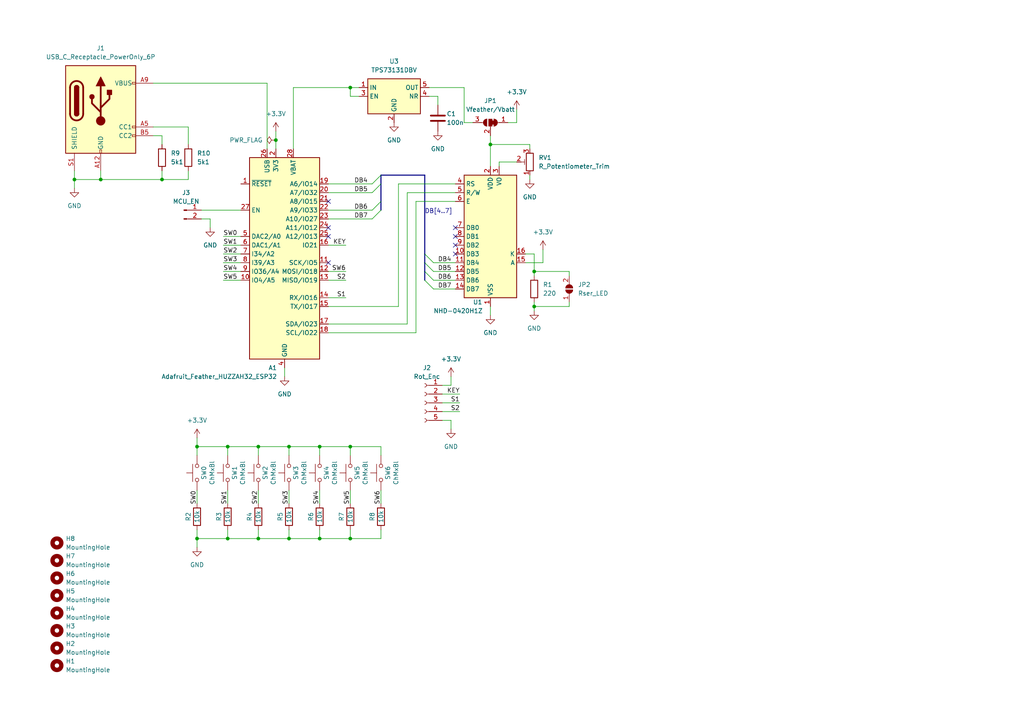
<source format=kicad_sch>
(kicad_sch (version 20230121) (generator eeschema)
  (paper "A4")
  (lib_symbols
    (symbol "Connector:Conn_01x02_Pin" (pin_names (offset 1.016) hide)
      (property "Reference" "J" (at 0 2.54 0))
      (property "Value" "Conn_01x02_Pin" (at 0 -5.08 0))
      (symbol "Conn_01x02_Pin_1_1"
        (polyline (pts (xy 1.27 -2.54) (xy 0.8636 -2.54)) (stroke (width 0.1524)))
        (polyline (pts (xy 1.27 0) (xy 0.8636 0)) (stroke (width 0.1524)))
        (rectangle (start 0.8636 -2.413) (end 0 -2.667) (stroke (width 0.1524)) (fill (type outline)))
        (rectangle (start 0.8636 0.127) (end 0 -0.127) (stroke (width 0.1524)) (fill (type outline)))
        (pin passive line (at 5.08 0 180) (length 3.81) (name "Pin_1") (number "1"))
        (pin passive line (at 5.08 -2.54 180) (length 3.81) (name "Pin_2") (number "2"))
      )
    )
    (symbol "Connector:Conn_01x05_Socket" (pin_names (offset 1.016) hide)
      (property "Reference" "J" (at 0 7.62 0))
      (property "Value" "Conn_01x05_Socket" (at 0 -7.62 0))
      (symbol "Conn_01x05_Socket_1_1"
        (arc (start 0 -4.572) (mid -0.5058 -5.08) (end 0 -5.588) (stroke (width 0.1524)))
        (arc (start 0 -2.032) (mid -0.5058 -2.54) (end 0 -3.048) (stroke (width 0.1524)))
        (polyline (pts (xy -1.27 -5.08) (xy -0.508 -5.08)) (stroke (width 0.1524)))
        (polyline (pts (xy -1.27 -2.54) (xy -0.508 -2.54)) (stroke (width 0.1524)))
        (polyline (pts (xy -1.27 0) (xy -0.508 0)) (stroke (width 0.1524)))
        (polyline (pts (xy -1.27 2.54) (xy -0.508 2.54)) (stroke (width 0.1524)))
        (polyline (pts (xy -1.27 5.08) (xy -0.508 5.08)) (stroke (width 0.1524)))
        (arc (start 0 0.508) (mid -0.5058 0) (end 0 -0.508) (stroke (width 0.1524)))
        (arc (start 0 3.048) (mid -0.5058 2.54) (end 0 2.032) (stroke (width 0.1524)))
        (arc (start 0 5.588) (mid -0.5058 5.08) (end 0 4.572) (stroke (width 0.1524)))
        (pin passive line (at -5.08 5.08 0) (length 3.81) (name "Pin_1") (number "1"))
        (pin passive line (at -5.08 2.54 0) (length 3.81) (name "Pin_2") (number "2"))
        (pin passive line (at -5.08 0 0) (length 3.81) (name "Pin_3") (number "3"))
        (pin passive line (at -5.08 -2.54 0) (length 3.81) (name "Pin_4") (number "4"))
        (pin passive line (at -5.08 -5.08 0) (length 3.81) (name "Pin_5") (number "5"))
      )
    )
    (symbol "Connector:USB_C_Receptacle_PowerOnly_6P" (pin_names (offset 1.016))
      (property "Reference" "J" (at 0 16.51 0))
      (property "Value" "USB_C_Receptacle_PowerOnly_6P" (at 0 13.97 0))
      (symbol "USB_C_Receptacle_PowerOnly_6P_0_0"
        (rectangle (start -0.254 -12.7) (end 0.254 -11.684))
        (rectangle (start 10.16 -7.366) (end 9.144 -7.874))
        (rectangle (start 10.16 -4.826) (end 9.144 -5.334))
        (rectangle (start 10.16 7.874) (end 9.144 7.366))
      )
      (symbol "USB_C_Receptacle_PowerOnly_6P_0_1"
        (rectangle (start -10.16 12.7) (end 10.16 -12.7) (stroke (width 0.254)) (fill (type background)))
        (arc (start -8.89 -1.27) (mid -6.985 -3.1667) (end -5.08 -1.27) (stroke (width 0.508)))
        (arc (start -7.62 -1.27) (mid -6.985 -1.9023) (end -6.35 -1.27) (stroke (width 0.254)))
        (arc (start -7.62 -1.27) (mid -6.985 -1.9023) (end -6.35 -1.27) (stroke (width 0.254)) (fill (type outline)))
        (rectangle (start -7.62 -1.27) (end -6.35 6.35) (stroke (width 0.254)) (fill (type outline)))
        (arc (start -6.35 6.35) (mid -6.985 6.9823) (end -7.62 6.35) (stroke (width 0.254)))
        (arc (start -6.35 6.35) (mid -6.985 6.9823) (end -7.62 6.35) (stroke (width 0.254)) (fill (type outline)))
        (arc (start -5.08 6.35) (mid -6.985 8.2467) (end -8.89 6.35) (stroke (width 0.508)))
        (circle (center -2.54 3.683) (radius 0.635) (stroke (width 0.254)) (fill (type outline)))
        (circle (center 0 -3.302) (radius 1.27) (fill (type outline)))
        (polyline (pts (xy -8.89 -1.27) (xy -8.89 6.35)) (stroke (width 0.508)))
        (polyline (pts (xy -5.08 6.35) (xy -5.08 -1.27)) (stroke (width 0.508)))
        (polyline (pts (xy 0 -3.302) (xy 0 6.858)) (stroke (width 0.508)))
        (polyline (pts (xy 0 -0.762) (xy -2.54 1.778) (xy -2.54 3.048)) (stroke (width 0.508)))
        (polyline (pts (xy 0 0.508) (xy 2.54 3.048) (xy 2.54 4.318)) (stroke (width 0.508)))
        (polyline (pts (xy -1.27 6.858) (xy 0 9.398) (xy 1.27 6.858) (xy -1.27 6.858)) (stroke (width 0.254)) (fill (type outline)))
        (rectangle (start 1.905 4.318) (end 3.175 5.588) (stroke (width 0.254)) (fill (type outline)))
      )
      (symbol "USB_C_Receptacle_PowerOnly_6P_1_1"
        (pin passive line (at 0 -17.78 90) (length 5.08) (name "GND") (number "A12"))
        (pin bidirectional line (at 15.24 -5.08 180) (length 5.08) (name "CC1") (number "A5"))
        (pin passive line (at 15.24 7.62 180) (length 5.08) (name "VBUS") (number "A9"))
        (pin passive line (at 0 -17.78 90) (length 5.08) hide (name "GND") (number "B12"))
        (pin bidirectional line (at 15.24 -7.62 180) (length 5.08) (name "CC2") (number "B5"))
        (pin passive line (at 15.24 7.62 180) (length 5.08) hide (name "VBUS") (number "B9"))
        (pin passive line (at -7.62 -17.78 90) (length 5.08) (name "SHIELD") (number "S1"))
      )
    )
    (symbol "Device:C" (pin_numbers hide) (pin_names (offset 0.254))
      (property "Reference" "C" (at 0.635 2.54 0))
      (property "Value" "C" (at 0.635 -2.54 0))
      (symbol "C_0_1"
        (polyline (pts (xy -2.032 -0.762) (xy 2.032 -0.762)) (stroke (width 0.508)))
        (polyline (pts (xy -2.032 0.762) (xy 2.032 0.762)) (stroke (width 0.508)))
      )
      (symbol "C_1_1"
        (pin passive line (at 0 3.81 270) (length 2.794) (name "~") (number "1"))
        (pin passive line (at 0 -3.81 90) (length 2.794) (name "~") (number "2"))
      )
    )
    (symbol "Device:R" (pin_numbers hide) (pin_names (offset 0))
      (property "Reference" "R" (at 2.032 0 90))
      (property "Value" "R" (at 0 0 90))
      (symbol "R_0_1"
        (rectangle (start -1.016 -2.54) (end 1.016 2.54) (stroke (width 0.254)))
      )
      (symbol "R_1_1"
        (pin passive line (at 0 3.81 270) (length 1.27) (name "~") (number "1"))
        (pin passive line (at 0 -3.81 90) (length 1.27) (name "~") (number "2"))
      )
    )
    (symbol "Device:R_Potentiometer_Trim" (pin_names (offset 1.016) hide)
      (property "Reference" "RV" (at -4.445 0 90))
      (property "Value" "R_Potentiometer_Trim" (at -2.54 0 90))
      (symbol "R_Potentiometer_Trim_0_1"
        (polyline (pts (xy 1.524 0.762) (xy 1.524 -0.762)))
        (polyline (pts (xy 2.54 0) (xy 1.524 0)))
        (rectangle (start 1.016 2.54) (end -1.016 -2.54) (stroke (width 0.254)))
      )
      (symbol "R_Potentiometer_Trim_1_1"
        (pin passive line (at 0 3.81 270) (length 1.27) (name "1") (number "1"))
        (pin passive line (at 3.81 0 180) (length 1.27) (name "2") (number "2"))
        (pin passive line (at 0 -3.81 90) (length 1.27) (name "3") (number "3"))
      )
    )
    (symbol "Display_Character:NHD-0420H1Z"
      (property "Reference" "U" (at -6.35 19.05 0))
      (property "Value" "NHD-0420H1Z" (at 5.08 19.05 0))
      (symbol "NHD-0420H1Z_0_1"
        (rectangle (start -7.62 17.78) (end 7.62 -17.78) (stroke (width 0.254)) (fill (type background)))
      )
      (symbol "NHD-0420H1Z_1_1"
        (pin power_in line (at 0 -20.32 90) (length 2.54) (name "VSS") (number "1"))
        (pin bidirectional line (at -10.16 -5.08 0) (length 2.54) (name "DB3") (number "10"))
        (pin bidirectional line (at -10.16 -7.62 0) (length 2.54) (name "DB4") (number "11"))
        (pin bidirectional line (at -10.16 -10.16 0) (length 2.54) (name "DB5") (number "12"))
        (pin bidirectional line (at -10.16 -12.7 0) (length 2.54) (name "DB6") (number "13"))
        (pin bidirectional line (at -10.16 -15.24 0) (length 2.54) (name "DB7") (number "14"))
        (pin passive line (at 10.16 -7.62 180) (length 2.54) (name "A") (number "15"))
        (pin passive line (at 10.16 -5.08 180) (length 2.54) (name "K") (number "16"))
        (pin power_in line (at 0 20.32 270) (length 2.54) (name "VDD") (number "2"))
        (pin power_in line (at 2.54 20.32 270) (length 2.54) (name "VO") (number "3"))
        (pin input line (at -10.16 15.24 0) (length 2.54) (name "RS") (number "4"))
        (pin input line (at -10.16 12.7 0) (length 2.54) (name "R/W") (number "5"))
        (pin input line (at -10.16 10.16 0) (length 2.54) (name "E") (number "6"))
        (pin bidirectional line (at -10.16 2.54 0) (length 2.54) (name "DB0") (number "7"))
        (pin bidirectional line (at -10.16 0 0) (length 2.54) (name "DB1") (number "8"))
        (pin bidirectional line (at -10.16 -2.54 0) (length 2.54) (name "DB2") (number "9"))
      )
    )
    (symbol "Jumper:SolderJumper_2_Open" (pin_names (offset 0) hide)
      (property "Reference" "JP" (at 0 2.032 0))
      (property "Value" "SolderJumper_2_Open" (at 0 -2.54 0))
      (symbol "SolderJumper_2_Open_0_1"
        (arc (start -0.254 1.016) (mid -1.2656 0) (end -0.254 -1.016))
        (arc (start -0.254 1.016) (mid -1.2656 0) (end -0.254 -1.016) (fill (type outline)))
        (polyline (pts (xy -0.254 1.016) (xy -0.254 -1.016)))
        (polyline (pts (xy 0.254 1.016) (xy 0.254 -1.016)))
        (arc (start 0.254 -1.016) (mid 1.2656 0) (end 0.254 1.016))
        (arc (start 0.254 -1.016) (mid 1.2656 0) (end 0.254 1.016) (fill (type outline)))
      )
      (symbol "SolderJumper_2_Open_1_1"
        (pin passive line (at -3.81 0 0) (length 2.54) (name "A") (number "1"))
        (pin passive line (at 3.81 0 180) (length 2.54) (name "B") (number "2"))
      )
    )
    (symbol "Jumper:SolderJumper_3_Bridged12" (pin_names (offset 0) hide)
      (property "Reference" "JP" (at -2.54 -2.54 0))
      (property "Value" "SolderJumper_3_Bridged12" (at 0 2.794 0))
      (symbol "SolderJumper_3_Bridged12_0_1"
        (rectangle (start -1.016 0.508) (end -0.508 -0.508) (fill (type outline)))
        (arc (start -1.016 1.016) (mid -2.0276 0) (end -1.016 -1.016))
        (arc (start -1.016 1.016) (mid -2.0276 0) (end -1.016 -1.016) (fill (type outline)))
        (rectangle (start -0.508 1.016) (end 0.508 -1.016) (fill (type outline)))
        (polyline (pts (xy -2.54 0) (xy -2.032 0)))
        (polyline (pts (xy -1.016 1.016) (xy -1.016 -1.016)))
        (polyline (pts (xy 0 -1.27) (xy 0 -1.016)))
        (polyline (pts (xy 1.016 1.016) (xy 1.016 -1.016)))
        (polyline (pts (xy 2.54 0) (xy 2.032 0)))
        (arc (start 1.016 -1.016) (mid 2.0276 0) (end 1.016 1.016))
        (arc (start 1.016 -1.016) (mid 2.0276 0) (end 1.016 1.016) (fill (type outline)))
      )
      (symbol "SolderJumper_3_Bridged12_1_1"
        (pin passive line (at -5.08 0 0) (length 2.54) (name "A") (number "1"))
        (pin passive line (at 0 -3.81 90) (length 2.54) (name "C") (number "2"))
        (pin passive line (at 5.08 0 180) (length 2.54) (name "B") (number "3"))
      )
    )
    (symbol "MCU_Module:Adafruit_Feather_HUZZAH32_ESP32"
      (property "Reference" "A" (at -10.16 29.21 0))
      (property "Value" "Adafruit_Feather_HUZZAH32_ESP32" (at 2.54 -31.75 0))
      (symbol "Adafruit_Feather_HUZZAH32_ESP32_0_1"
        (rectangle (start -10.16 27.94) (end 10.16 -30.48) (stroke (width 0.254)) (fill (type background)))
      )
      (symbol "Adafruit_Feather_HUZZAH32_ESP32_1_1"
        (pin input line (at 12.7 20.32 180) (length 2.54) (name "~{RESET}") (number "1"))
        (pin bidirectional line (at 12.7 -7.62 180) (length 2.54) (name "IO4/A5") (number "10"))
        (pin bidirectional line (at -12.7 -2.54 0) (length 2.54) (name "SCK/IO5") (number "11"))
        (pin bidirectional line (at -12.7 -5.08 0) (length 2.54) (name "MOSI/IO18") (number "12"))
        (pin bidirectional line (at -12.7 -7.62 0) (length 2.54) (name "MISO/IO19") (number "13"))
        (pin bidirectional line (at -12.7 -12.7 0) (length 2.54) (name "RX/IO16") (number "14"))
        (pin bidirectional line (at -12.7 -15.24 0) (length 2.54) (name "TX/IO17") (number "15"))
        (pin bidirectional line (at -12.7 2.54 0) (length 2.54) (name "IO21") (number "16"))
        (pin bidirectional line (at -12.7 -20.32 0) (length 2.54) (name "SDA/IO23") (number "17"))
        (pin bidirectional line (at -12.7 -22.86 0) (length 2.54) (name "SCL/IO22") (number "18"))
        (pin bidirectional line (at -12.7 20.32 0) (length 2.54) (name "A6/IO14") (number "19"))
        (pin power_in line (at 2.54 30.48 270) (length 2.54) (name "3V3") (number "2"))
        (pin bidirectional line (at -12.7 17.78 0) (length 2.54) (name "A7/IO32") (number "20"))
        (pin bidirectional line (at -12.7 15.24 0) (length 2.54) (name "A8/IO15") (number "21"))
        (pin bidirectional line (at -12.7 12.7 0) (length 2.54) (name "A9/IO33") (number "22"))
        (pin bidirectional line (at -12.7 10.16 0) (length 2.54) (name "A10/IO27") (number "23"))
        (pin bidirectional line (at -12.7 7.62 0) (length 2.54) (name "A11/IO12") (number "24"))
        (pin bidirectional line (at -12.7 5.08 0) (length 2.54) (name "A12/IO13") (number "25"))
        (pin power_in line (at 5.08 30.48 270) (length 2.54) (name "USB") (number "26"))
        (pin input line (at 12.7 12.7 180) (length 2.54) (name "EN") (number "27"))
        (pin power_in line (at -2.54 30.48 270) (length 2.54) (name "VBAT") (number "28"))
        (pin no_connect line (at 10.16 10.16 180) (length 2.54) hide (name "NC") (number "3"))
        (pin power_in line (at 0 -33.02 90) (length 2.54) (name "GND") (number "4"))
        (pin bidirectional line (at 12.7 5.08 180) (length 2.54) (name "DAC2/A0") (number "5"))
        (pin bidirectional line (at 12.7 2.54 180) (length 2.54) (name "DAC1/A1") (number "6"))
        (pin bidirectional line (at 12.7 0 180) (length 2.54) (name "I34/A2") (number "7"))
        (pin bidirectional line (at 12.7 -2.54 180) (length 2.54) (name "I39/A3") (number "8"))
        (pin bidirectional line (at 12.7 -5.08 180) (length 2.54) (name "IO36/A4") (number "9"))
      )
    )
    (symbol "Mechanical:MountingHole" (pin_names (offset 1.016))
      (property "Reference" "H" (at 0 5.08 0))
      (property "Value" "MountingHole" (at 0 3.175 0))
      (symbol "MountingHole_0_1"
        (circle (center 0 0) (radius 1.27) (stroke (width 1.27)))
      )
    )
    (symbol "Regulator_Linear:TPS73131DBV"
      (property "Reference" "U" (at -6.35 6.35 0))
      (property "Value" "TPS73131DBV" (at 1.27 6.35 0))
      (symbol "TPS73131DBV_0_1"
        (rectangle (start -7.62 -5.08) (end 7.62 5.08) (stroke (width 0.254)) (fill (type background)))
      )
      (symbol "TPS73131DBV_1_1"
        (pin power_in line (at -10.16 2.54 0) (length 2.54) (name "IN") (number "1"))
        (pin power_in line (at 0 -7.62 90) (length 2.54) (name "GND") (number "2"))
        (pin input line (at -10.16 0 0) (length 2.54) (name "EN") (number "3"))
        (pin passive line (at 10.16 0 180) (length 2.54) (name "NR") (number "4"))
        (pin power_out line (at 10.16 2.54 180) (length 2.54) (name "OUT") (number "5"))
      )
    )
    (symbol "Switch:SW_Push" (pin_numbers hide) (pin_names (offset 1.016) hide)
      (property "Reference" "SW" (at 1.27 2.54 0))
      (property "Value" "SW_Push" (at 0 -1.524 0))
      (symbol "SW_Push_0_1"
        (circle (center -2.032 0) (radius 0.508))
        (polyline (pts (xy 0 1.27) (xy 0 3.048)))
        (polyline (pts (xy 2.54 1.27) (xy -2.54 1.27)))
        (circle (center 2.032 0) (radius 0.508))
        (pin passive line (at -5.08 0 0) (length 2.54) (name "1") (number "1"))
        (pin passive line (at 5.08 0 180) (length 2.54) (name "2") (number "2"))
      )
    )
    (symbol "power:+3.3V" (power) (pin_names (offset 0))
      (property "Value" "+3.3V" (at 0 3.556 0))
      (symbol "+3.3V_0_1"
        (polyline (pts (xy -0.762 1.27) (xy 0 2.54)))
        (polyline (pts (xy 0 0) (xy 0 2.54)))
        (polyline (pts (xy 0 2.54) (xy 0.762 1.27)))
      )
      (symbol "+3.3V_1_1"
        (pin power_in line (at 0 0 90) (length 0) hide (name "+3.3V") (number "1"))
      )
    )
    (symbol "power:GND" (power) (pin_names (offset 0))
      (property "Value" "GND" (at 0 -3.81 0))
      (symbol "GND_0_1"
        (polyline (pts (xy 0 0) (xy 0 -1.27) (xy 1.27 -1.27) (xy 0 -2.54) (xy -1.27 -1.27) (xy 0 -1.27)))
      )
      (symbol "GND_1_1"
        (pin power_in line (at 0 0 270) (length 0) hide (name "GND") (number "1"))
      )
    )
    (symbol "power:PWR_FLAG" (power) (pin_numbers hide) (pin_names (offset 0) hide)
      (property "Value" "PWR_FLAG" (at 0 3.81 0))
      (symbol "PWR_FLAG_0_0"
        (pin power_out line (at 0 0 90) (length 0) (name "pwr") (number "1"))
      )
      (symbol "PWR_FLAG_0_1"
        (polyline (pts (xy 0 0) (xy 0 1.27) (xy -1.016 1.905) (xy 0 2.54) (xy 1.016 1.905) (xy 0 1.27)))
      )
    )
  )
  (junction (at 66.04 129.54))
  (junction (at 142.24 41.91))
  (junction (at 92.71 156.21))
  (junction (at 57.15 156.21))
  (junction (at 154.94 88.9))
  (junction (at 83.82 129.54))
  (junction (at 29.21 52.07))
  (junction (at 46.99 52.07))
  (junction (at 21.59 52.07))
  (junction (at 101.6 156.21))
  (junction (at 74.93 129.54))
  (junction (at 74.93 156.21))
  (junction (at 66.04 156.21))
  (junction (at 101.6 25.4))
  (junction (at 57.15 129.54))
  (junction (at 92.71 129.54))
  (junction (at 80.01 40.64))
  (junction (at 101.6 129.54))
  (junction (at 83.82 156.21))
  (junction (at 154.94 78.74))
  (no_connect (at 132.08 71.12))
  (no_connect (at 132.08 66.04))
  (no_connect (at 95.25 68.58))
  (no_connect (at 95.25 66.04))
  (no_connect (at 95.25 58.42))
  (no_connect (at 132.08 73.66))
  (no_connect (at 95.25 76.2))
  (no_connect (at 132.08 68.58))
  (bus_entry (at 123.19 81.28) (size 2.54 2.54))
  (bus_entry (at 110.49 50.8) (size -2.54 2.54))
  (bus_entry (at 110.49 58.42) (size -2.54 2.54))
  (bus_entry (at 123.19 78.74) (size 2.54 2.54))
  (bus_entry (at 123.19 73.66) (size 2.54 2.54))
  (bus_entry (at 110.49 53.34) (size -2.54 2.54))
  (bus_entry (at 123.19 76.2) (size 2.54 2.54))
  (bus_entry (at 110.49 60.96) (size -2.54 2.54))
  (wire (pts (xy 154.94 73.66) (xy 154.94 78.74)))
  (bus (pts (xy 123.19 76.2) (xy 123.19 78.74)))
  (wire (pts (xy 101.6 156.21) (xy 92.71 156.21)))
  (wire (pts (xy 142.24 88.9) (xy 142.24 91.44)))
  (wire (pts (xy 80.01 38.1) (xy 80.01 40.64)))
  (wire (pts (xy 95.25 86.36) (xy 100.33 86.36)))
  (wire (pts (xy 57.15 142.24) (xy 57.15 146.05)))
  (wire (pts (xy 149.86 46.99) (xy 144.78 46.99)))
  (wire (pts (xy 21.59 52.07) (xy 21.59 54.61)))
  (wire (pts (xy 85.09 25.4) (xy 101.6 25.4)))
  (wire (pts (xy 74.93 132.08) (xy 74.93 129.54)))
  (bus (pts (xy 123.19 73.66) (xy 123.19 76.2)))
  (wire (pts (xy 128.27 116.84) (xy 133.35 116.84)))
  (wire (pts (xy 92.71 129.54) (xy 101.6 129.54)))
  (wire (pts (xy 130.81 121.92) (xy 128.27 121.92)))
  (wire (pts (xy 64.77 68.58) (xy 69.85 68.58)))
  (wire (pts (xy 101.6 153.67) (xy 101.6 156.21)))
  (wire (pts (xy 54.61 52.07) (xy 46.99 52.07)))
  (bus (pts (xy 110.49 60.96) (xy 110.49 58.42)))
  (wire (pts (xy 83.82 156.21) (xy 74.93 156.21)))
  (wire (pts (xy 130.81 109.22) (xy 130.81 111.76)))
  (wire (pts (xy 134.62 35.56) (xy 137.16 35.56)))
  (wire (pts (xy 82.55 106.68) (xy 82.55 109.22)))
  (wire (pts (xy 153.67 41.91) (xy 153.67 43.18)))
  (wire (pts (xy 115.57 53.34) (xy 115.57 88.9)))
  (wire (pts (xy 165.1 88.9) (xy 154.94 88.9)))
  (wire (pts (xy 64.77 71.12) (xy 69.85 71.12)))
  (wire (pts (xy 57.15 156.21) (xy 57.15 158.75)))
  (wire (pts (xy 66.04 129.54) (xy 57.15 129.54)))
  (wire (pts (xy 95.25 53.34) (xy 107.95 53.34)))
  (wire (pts (xy 83.82 153.67) (xy 83.82 156.21)))
  (wire (pts (xy 83.82 142.24) (xy 83.82 146.05)))
  (wire (pts (xy 95.25 81.28) (xy 100.33 81.28)))
  (wire (pts (xy 57.15 156.21) (xy 57.15 153.67)))
  (wire (pts (xy 95.25 63.5) (xy 107.95 63.5)))
  (wire (pts (xy 110.49 153.67) (xy 110.49 156.21)))
  (wire (pts (xy 46.99 41.91) (xy 46.99 39.37)))
  (wire (pts (xy 154.94 78.74) (xy 165.1 78.74)))
  (wire (pts (xy 74.93 156.21) (xy 66.04 156.21)))
  (wire (pts (xy 149.86 31.75) (xy 149.86 35.56)))
  (wire (pts (xy 125.73 81.28) (xy 132.08 81.28)))
  (wire (pts (xy 83.82 132.08) (xy 83.82 129.54)))
  (wire (pts (xy 142.24 41.91) (xy 142.24 48.26)))
  (wire (pts (xy 29.21 52.07) (xy 46.99 52.07)))
  (wire (pts (xy 120.65 58.42) (xy 132.08 58.42)))
  (wire (pts (xy 154.94 88.9) (xy 154.94 90.17)))
  (wire (pts (xy 60.96 63.5) (xy 60.96 66.04)))
  (wire (pts (xy 95.25 71.12) (xy 100.33 71.12)))
  (wire (pts (xy 77.47 24.13) (xy 77.47 43.18)))
  (wire (pts (xy 57.15 129.54) (xy 57.15 132.08)))
  (wire (pts (xy 80.01 40.64) (xy 80.01 43.18)))
  (wire (pts (xy 54.61 49.53) (xy 54.61 52.07)))
  (wire (pts (xy 58.42 63.5) (xy 60.96 63.5)))
  (bus (pts (xy 123.19 50.8) (xy 123.19 73.66)))
  (wire (pts (xy 157.48 76.2) (xy 152.4 76.2)))
  (wire (pts (xy 128.27 114.3) (xy 133.35 114.3)))
  (wire (pts (xy 110.49 156.21) (xy 101.6 156.21)))
  (wire (pts (xy 58.42 60.96) (xy 69.85 60.96)))
  (wire (pts (xy 64.77 73.66) (xy 69.85 73.66)))
  (wire (pts (xy 21.59 49.53) (xy 21.59 52.07)))
  (wire (pts (xy 128.27 119.38) (xy 133.35 119.38)))
  (wire (pts (xy 115.57 88.9) (xy 95.25 88.9)))
  (wire (pts (xy 144.78 46.99) (xy 144.78 48.26)))
  (wire (pts (xy 21.59 52.07) (xy 29.21 52.07)))
  (wire (pts (xy 95.25 93.98) (xy 118.11 93.98)))
  (wire (pts (xy 128.27 111.76) (xy 130.81 111.76)))
  (wire (pts (xy 165.1 87.63) (xy 165.1 88.9)))
  (wire (pts (xy 95.25 96.52) (xy 120.65 96.52)))
  (wire (pts (xy 29.21 49.53) (xy 29.21 52.07)))
  (wire (pts (xy 125.73 78.74) (xy 132.08 78.74)))
  (wire (pts (xy 44.45 36.83) (xy 54.61 36.83)))
  (wire (pts (xy 95.25 55.88) (xy 107.95 55.88)))
  (wire (pts (xy 130.81 124.46) (xy 130.81 121.92)))
  (wire (pts (xy 66.04 153.67) (xy 66.04 156.21)))
  (wire (pts (xy 101.6 25.4) (xy 104.14 25.4)))
  (wire (pts (xy 85.09 25.4) (xy 85.09 43.18)))
  (wire (pts (xy 142.24 39.37) (xy 142.24 41.91)))
  (wire (pts (xy 153.67 50.8) (xy 153.67 52.07)))
  (wire (pts (xy 157.48 72.39) (xy 157.48 76.2)))
  (wire (pts (xy 74.93 156.21) (xy 74.93 153.67)))
  (wire (pts (xy 66.04 132.08) (xy 66.04 129.54)))
  (wire (pts (xy 124.46 27.94) (xy 127 27.94)))
  (wire (pts (xy 165.1 78.74) (xy 165.1 80.01)))
  (wire (pts (xy 92.71 156.21) (xy 83.82 156.21)))
  (bus (pts (xy 110.49 53.34) (xy 110.49 50.8)))
  (wire (pts (xy 92.71 129.54) (xy 83.82 129.54)))
  (wire (pts (xy 101.6 129.54) (xy 101.6 132.08)))
  (wire (pts (xy 95.25 60.96) (xy 107.95 60.96)))
  (wire (pts (xy 115.57 53.34) (xy 132.08 53.34)))
  (wire (pts (xy 92.71 142.24) (xy 92.71 146.05)))
  (wire (pts (xy 132.08 55.88) (xy 118.11 55.88)))
  (wire (pts (xy 110.49 129.54) (xy 110.49 132.08)))
  (wire (pts (xy 74.93 129.54) (xy 66.04 129.54)))
  (wire (pts (xy 125.73 83.82) (xy 132.08 83.82)))
  (wire (pts (xy 64.77 81.28) (xy 69.85 81.28)))
  (wire (pts (xy 154.94 78.74) (xy 154.94 80.01)))
  (wire (pts (xy 46.99 39.37) (xy 44.45 39.37)))
  (wire (pts (xy 100.33 78.74) (xy 95.25 78.74)))
  (wire (pts (xy 57.15 127) (xy 57.15 129.54)))
  (wire (pts (xy 101.6 27.94) (xy 101.6 25.4)))
  (wire (pts (xy 64.77 76.2) (xy 69.85 76.2)))
  (bus (pts (xy 110.49 53.34) (xy 110.49 58.42)))
  (bus (pts (xy 110.49 50.8) (xy 123.19 50.8)))
  (wire (pts (xy 101.6 142.24) (xy 101.6 146.05)))
  (bus (pts (xy 123.19 78.74) (xy 123.19 81.28)))
  (wire (pts (xy 104.14 27.94) (xy 101.6 27.94)))
  (wire (pts (xy 54.61 36.83) (xy 54.61 41.91)))
  (wire (pts (xy 46.99 49.53) (xy 46.99 52.07)))
  (wire (pts (xy 142.24 41.91) (xy 153.67 41.91)))
  (wire (pts (xy 64.77 78.74) (xy 69.85 78.74)))
  (wire (pts (xy 118.11 55.88) (xy 118.11 93.98)))
  (wire (pts (xy 92.71 129.54) (xy 92.71 132.08)))
  (wire (pts (xy 134.62 25.4) (xy 134.62 35.56)))
  (wire (pts (xy 44.45 24.13) (xy 77.47 24.13)))
  (wire (pts (xy 92.71 153.67) (xy 92.71 156.21)))
  (wire (pts (xy 154.94 87.63) (xy 154.94 88.9)))
  (wire (pts (xy 127 27.94) (xy 127 30.48)))
  (wire (pts (xy 66.04 142.24) (xy 66.04 146.05)))
  (wire (pts (xy 110.49 142.24) (xy 110.49 146.05)))
  (wire (pts (xy 124.46 25.4) (xy 134.62 25.4)))
  (wire (pts (xy 125.73 76.2) (xy 132.08 76.2)))
  (wire (pts (xy 120.65 58.42) (xy 120.65 96.52)))
  (wire (pts (xy 83.82 129.54) (xy 74.93 129.54)))
  (wire (pts (xy 74.93 142.24) (xy 74.93 146.05)))
  (wire (pts (xy 152.4 73.66) (xy 154.94 73.66)))
  (wire (pts (xy 57.15 156.21) (xy 66.04 156.21)))
  (wire (pts (xy 101.6 129.54) (xy 110.49 129.54)))
  (wire (pts (xy 147.32 35.56) (xy 149.86 35.56)))
  (label "SW1" (at 66.04 142.24 270))
  (label "DB7" (at 106.68 63.5 180))
  (label "S1" (at 133.35 116.84 180))
  (label "SW1" (at 64.77 71.12 0))
  (label "SW4" (at 64.77 78.74 0))
  (label "SW4" (at 92.71 142.24 270))
  (label "DB4" (at 106.68 53.34 180))
  (label "SW6" (at 110.49 142.24 270))
  (label "KEY" (at 100.33 71.12 180))
  (label "S2" (at 133.35 119.38 180))
  (label "DB[4..7]" (at 123.19 62.23 0))
  (label "SW3" (at 83.82 142.24 270))
  (label "SW5" (at 64.77 81.28 0))
  (label "DB5" (at 127 78.74 0))
  (label "DB5" (at 106.68 55.88 180))
  (label "DB4" (at 127 76.2 0))
  (label "SW0" (at 64.77 68.58 0))
  (label "SW2" (at 74.93 142.24 270))
  (label "KEY" (at 133.35 114.3 180))
  (label "SW2" (at 64.77 73.66 0))
  (label "SW3" (at 64.77 76.2 0))
  (label "SW5" (at 101.6 142.24 270))
  (label "S2" (at 100.33 81.28 180))
  (label "DB6" (at 106.68 60.96 180))
  (label "SW6" (at 100.33 78.74 180))
  (label "S1" (at 100.33 86.36 180))
  (label "DB6" (at 127 81.28 0))
  (label "SW0" (at 57.15 142.24 270))
  (label "DB7" (at 127 83.82 0))
  (symbol (lib_id "MCU_Module:Adafruit_Feather_HUZZAH32_ESP32") (at 82.55 73.66 0) (mirror y) (unit 1)
    (property "Reference" "A1" (at 80.3559 106.68 0) (effects (justify left)))
    (property "Value" "Adafruit_Feather_HUZZAH32_ESP32" (at 80.3559 109.22 0) (effects (justify left)))
    (property "Footprint" "Module:Adafruit_Feather" (effects hide))
    (property "Datasheet" "https://cdn-learn.adafruit.com/downloads/pdf/adafruit-huzzah32-esp32-feather.pdf" (effects hide))
  )
  (symbol (lib_id "power:GND") (at 127 38.1 0) (unit 1)
    (property "Reference" "#PWR018" (effects hide))
    (property "Value" "GND" (at 127 43.18 0))
  )
  (symbol (lib_id "Switch:SW_Push") (at 92.71 137.16 90) (unit 1)
    (property "Reference" "SW4" (at 93.98 137.16 0) (effects (justify top)))
    (property "Value" "ChMxBl" (at 97.79 137.16 0) (effects (justify bottom)))
    (property "Footprint" "Button_Switch_Keyboard:SW_Cherry_MX_1.00u_PCB" (effects hide))
  )
  (symbol (lib_id "Switch:SW_Push") (at 101.6 137.16 90) (unit 1)
    (property "Reference" "SW5" (at 102.87 137.16 0) (effects (justify top)))
    (property "Value" "ChMxBl" (at 106.68 137.16 0) (effects (justify bottom)))
    (property "Footprint" "Button_Switch_Keyboard:SW_Cherry_MX_1.00u_PCB" (effects hide))
  )
  (symbol (lib_id "Device:R") (at 46.99 45.72 0) (unit 1)
    (property "Reference" "R9" (at 49.53 44.45 0) (effects (justify left)))
    (property "Value" "5k1" (at 49.53 46.99 0) (effects (justify left)))
    (property "Footprint" "Resistor_SMD:R_0603_1608Metric_Pad0.98x0.95mm_HandSolder" (effects hide))
  )
  (symbol (lib_id "power:GND") (at 60.96 66.04 0) (unit 1)
    (property "Reference" "#PWR015" (effects hide))
    (property "Value" "GND" (at 60.96 71.12 0))
  )
  (symbol (lib_id "Mechanical:MountingHole") (at 16.51 162.56 0) (unit 1)
    (property "Reference" "H7" (at 19.05 161.29 0) (effects (justify left)))
    (property "Value" "MountingHole" (at 19.05 163.83 0) (effects (justify left)))
    (property "Footprint" "MountingHole:MountingHole_3.2mm_M3_ISO14580" (effects hide))
  )
  (symbol (lib_id "Connector:Conn_01x05_Socket") (at 123.19 116.84 0) (mirror y) (unit 1)
    (property "Reference" "J2" (at 123.825 106.68 0))
    (property "Value" "Rot_Enc" (at 123.825 109.22 0))
    (property "Footprint" "Connector_PinSocket_2.54mm:PinSocket_1x05_P2.54mm_Vertical" (effects hide))
  )
  (symbol (lib_id "Device:C") (at 127 34.29 0) (unit 1)
    (property "Reference" "C1" (at 129.54 33.02 0) (effects (justify left)))
    (property "Value" "100n" (at 129.54 35.56 0) (effects (justify left)))
    (property "Footprint" "Capacitor_SMD:C_0603_1608Metric" (effects hide))
  )
  (symbol (lib_id "Switch:SW_Push") (at 110.49 137.16 90) (unit 1)
    (property "Reference" "SW6" (at 111.76 137.16 0) (effects (justify top)))
    (property "Value" "ChMxBl" (at 115.57 137.16 0) (effects (justify bottom)))
    (property "Footprint" "Button_Switch_Keyboard:SW_Cherry_MX_1.00u_PCB" (effects hide))
  )
  (symbol (lib_id "Mechanical:MountingHole") (at 16.51 193.04 0) (unit 1)
    (property "Reference" "H1" (at 19.05 191.77 0) (effects (justify left)))
    (property "Value" "MountingHole" (at 19.05 194.31 0) (effects (justify left)))
    (property "Footprint" "MountingHole:MountingHole_3.2mm_M3_ISO14580" (effects hide))
  )
  (symbol (lib_id "Device:R") (at 66.04 149.86 180) (unit 1)
    (property "Reference" "R3" (at 63.5 149.86 90))
    (property "Value" "10k" (at 66.04 149.86 90))
    (property "Footprint" "Resistor_SMD:R_0603_1608Metric_Pad0.98x0.95mm_HandSolder" (effects hide))
  )
  (symbol (lib_id "Display_Character:NHD-0420H1Z") (at 142.24 68.58 0) (unit 1)
    (property "Reference" "U1" (at 137.16 87.63 0) (effects (justify left)))
    (property "Value" "NHD-0420H1Z" (at 125.73 90.17 0) (effects (justify left)))
    (property "Footprint" "Connector_PinHeader_2.54mm:PinHeader_1x16_P2.54mm_Vertical" (effects hide))
    (property "Datasheet" "http://www.newhavendisplay.com/specs/NHD-0420H1Z-FSW-GBW-33V3.pdf" (effects hide))
  )
  (symbol (lib_id "Device:R") (at 154.94 83.82 0) (unit 1)
    (property "Reference" "R1" (at 157.48 82.55 0) (effects (justify left)))
    (property "Value" "220" (at 157.48 85.09 0) (effects (justify left)))
    (property "Footprint" "Resistor_SMD:R_0603_1608Metric_Pad0.98x0.95mm_HandSolder" (effects hide))
  )
  (symbol (lib_id "Device:R") (at 101.6 149.86 180) (unit 1)
    (property "Reference" "R7" (at 99.06 149.86 90))
    (property "Value" "10k" (at 101.6 149.86 90))
    (property "Footprint" "Resistor_SMD:R_0603_1608Metric_Pad0.98x0.95mm_HandSolder" (effects hide))
  )
  (symbol (lib_id "Switch:SW_Push") (at 83.82 137.16 90) (unit 1)
    (property "Reference" "SW3" (at 85.09 137.16 0) (effects (justify top)))
    (property "Value" "ChMxBl" (at 88.9 137.16 0) (effects (justify bottom)))
    (property "Footprint" "Button_Switch_Keyboard:SW_Cherry_MX_1.00u_PCB" (effects hide))
  )
  (symbol (lib_id "Mechanical:MountingHole") (at 16.51 167.64 0) (unit 1)
    (property "Reference" "H6" (at 19.05 166.37 0) (effects (justify left)))
    (property "Value" "MountingHole" (at 19.05 168.91 0) (effects (justify left)))
    (property "Footprint" "MountingHole:MountingHole_3.2mm_M3_ISO14580" (effects hide))
  )
  (symbol (lib_id "power:GND") (at 82.55 109.22 0) (unit 1)
    (property "Reference" "#PWR07" (effects hide))
    (property "Value" "GND" (at 82.55 114.3 0))
  )
  (symbol (lib_id "Device:R_Potentiometer_Trim") (at 153.67 46.99 180) (unit 1)
    (property "Reference" "RV1" (at 156.21 45.72 0) (effects (justify right)))
    (property "Value" "R_Potentiometer_Trim" (at 156.21 48.26 0) (effects (justify right)))
    (property "Footprint" "PCM_Potentiometer_THT_AKL:Potentiometer_Bourns_3266W_Vertical" (effects hide))
  )
  (symbol (lib_id "Connector:USB_C_Receptacle_PowerOnly_6P") (at 29.21 31.75 0) (unit 1)
    (property "Reference" "J1" (at 29.21 13.97 0))
    (property "Value" "USB_C_Receptacle_PowerOnly_6P" (at 29.21 16.51 0))
    (property "Footprint" "Connector_USB:USB_C_Receptacle_GCT_USB4125-xx-x-0190_6P_TopMnt_Horizontal" (effects hide))
    (property "Datasheet" "https://www.usb.org/sites/default/files/documents/usb_type-c.zip" (effects hide))
  )
  (symbol (lib_id "Switch:SW_Push") (at 74.93 137.16 90) (unit 1)
    (property "Reference" "SW2" (at 76.2 137.16 0) (effects (justify top)))
    (property "Value" "ChMxBl" (at 80.01 137.16 0) (effects (justify bottom)))
    (property "Footprint" "Button_Switch_Keyboard:SW_Cherry_MX_1.00u_PCB" (effects hide))
  )
  (symbol (lib_id "power:PWR_FLAG") (at 80.01 40.64 90) (unit 1)
    (property "Reference" "#FLG01" (effects hide))
    (property "Value" "PWR_FLAG" (at 76.2 40.64 90) (effects (justify left)))
  )
  (symbol (lib_id "Device:R") (at 110.49 149.86 180) (unit 1)
    (property "Reference" "R8" (at 107.95 149.86 90))
    (property "Value" "10k" (at 110.49 149.86 90))
    (property "Footprint" "Resistor_SMD:R_0603_1608Metric_Pad0.98x0.95mm_HandSolder" (effects hide))
  )
  (symbol (lib_id "Device:R") (at 83.82 149.86 180) (unit 1)
    (property "Reference" "R5" (at 81.28 149.86 90))
    (property "Value" "10k" (at 83.82 149.86 90))
    (property "Footprint" "Resistor_SMD:R_0603_1608Metric_Pad0.98x0.95mm_HandSolder" (effects hide))
  )
  (symbol (lib_id "power:+3.3V") (at 80.01 38.1 0) (unit 1)
    (property "Reference" "#PWR016" (effects hide))
    (property "Value" "+3.3V" (at 80.01 33.02 0))
  )
  (symbol (lib_id "power:+3.3V") (at 157.48 72.39 0) (unit 1)
    (property "Reference" "#PWR03" (effects hide))
    (property "Value" "+3.3V" (at 157.48 67.31 0))
  )
  (symbol (lib_id "Device:R") (at 74.93 149.86 180) (unit 1)
    (property "Reference" "R4" (at 72.39 149.86 90))
    (property "Value" "10k" (at 74.93 149.86 90))
    (property "Footprint" "Resistor_SMD:R_0603_1608Metric_Pad0.98x0.95mm_HandSolder" (effects hide))
  )
  (symbol (lib_id "Mechanical:MountingHole") (at 16.51 172.72 0) (unit 1)
    (property "Reference" "H5" (at 19.05 171.45 0) (effects (justify left)))
    (property "Value" "MountingHole" (at 19.05 173.99 0) (effects (justify left)))
    (property "Footprint" "MountingHole:MountingHole_3.2mm_M3_ISO14580" (effects hide))
  )
  (symbol (lib_id "Switch:SW_Push") (at 66.04 137.16 90) (unit 1)
    (property "Reference" "SW1" (at 67.31 137.16 0) (effects (justify top)))
    (property "Value" "ChMxBl" (at 71.12 137.16 0) (effects (justify bottom)))
    (property "Footprint" "Button_Switch_Keyboard:SW_Cherry_MX_1.00u_PCB" (effects hide))
  )
  (symbol (lib_id "power:GND") (at 114.3 35.56 0) (unit 1)
    (property "Reference" "#PWR017" (effects hide))
    (property "Value" "GND" (at 114.3 40.64 0))
  )
  (symbol (lib_id "Device:R") (at 92.71 149.86 180) (unit 1)
    (property "Reference" "R6" (at 90.17 149.86 90))
    (property "Value" "10k" (at 92.71 149.86 90))
    (property "Footprint" "Resistor_SMD:R_0603_1608Metric_Pad0.98x0.95mm_HandSolder" (effects hide))
  )
  (symbol (lib_id "Mechanical:MountingHole") (at 16.51 187.96 0) (unit 1)
    (property "Reference" "H2" (at 19.05 186.69 0) (effects (justify left)))
    (property "Value" "MountingHole" (at 19.05 189.23 0) (effects (justify left)))
    (property "Footprint" "MountingHole:MountingHole_3.2mm_M3_ISO14580" (effects hide))
  )
  (symbol (lib_id "Regulator_Linear:TPS73131DBV") (at 114.3 27.94 0) (unit 1)
    (property "Reference" "U3" (at 114.3 17.78 0))
    (property "Value" "TPS73131DBV" (at 114.3 20.32 0))
    (property "Footprint" "Package_TO_SOT_SMD:SOT-23-5" (effects hide))
    (property "Datasheet" "http://www.ti.com/lit/ds/symlink/tps731.pdf" (effects hide))
  )
  (symbol (lib_id "power:GND") (at 130.81 124.46 0) (mirror y) (unit 1)
    (property "Reference" "#PWR01" (effects hide))
    (property "Value" "GND" (at 130.81 129.54 0))
  )
  (symbol (lib_id "Device:R") (at 54.61 45.72 0) (unit 1)
    (property "Reference" "R10" (at 57.15 44.45 0) (effects (justify left)))
    (property "Value" "5k1" (at 57.15 46.99 0) (effects (justify left)))
    (property "Footprint" "Resistor_SMD:R_0603_1608Metric_Pad0.98x0.95mm_HandSolder" (effects hide))
  )
  (symbol (lib_id "Switch:SW_Push") (at 57.15 137.16 90) (unit 1)
    (property "Reference" "SW0" (at 58.42 137.16 0) (effects (justify top)))
    (property "Value" "ChMxBl" (at 62.23 137.16 0) (effects (justify bottom)))
    (property "Footprint" "Button_Switch_Keyboard:SW_Cherry_MX_1.00u_PCB" (effects hide))
  )
  (symbol (lib_id "Device:R") (at 57.15 149.86 180) (unit 1)
    (property "Reference" "R2" (at 54.61 149.86 90))
    (property "Value" "10k" (at 57.15 149.86 90))
    (property "Footprint" "Resistor_SMD:R_0603_1608Metric_Pad0.98x0.95mm_HandSolder" (effects hide))
  )
  (symbol (lib_id "power:GND") (at 142.24 91.44 0) (unit 1)
    (property "Reference" "#PWR04" (effects hide))
    (property "Value" "GND" (at 142.24 96.52 0))
  )
  (symbol (lib_id "power:+3.3V") (at 149.86 31.75 0) (unit 1)
    (property "Reference" "#PWR02" (effects hide))
    (property "Value" "+3.3V" (at 149.86 26.67 0))
  )
  (symbol (lib_id "power:+3.3V") (at 57.15 127 0) (unit 1)
    (property "Reference" "#PWR011" (effects hide))
    (property "Value" "+3.3V" (at 57.15 121.92 0))
  )
  (symbol (lib_id "power:GND") (at 57.15 158.75 0) (unit 1)
    (property "Reference" "#PWR08" (effects hide))
    (property "Value" "GND" (at 57.15 163.83 0))
  )
  (symbol (lib_id "power:GND") (at 153.67 52.07 0) (unit 1)
    (property "Reference" "#PWR09" (effects hide))
    (property "Value" "GND" (at 153.67 57.15 0))
  )
  (symbol (lib_id "Connector:Conn_01x02_Pin") (at 53.34 60.96 0) (unit 1)
    (property "Reference" "J3" (at 53.975 55.88 0))
    (property "Value" "MCU_EN" (at 53.975 58.42 0))
    (property "Footprint" "Connector_PinHeader_2.54mm:PinHeader_1x02_P2.54mm_Vertical" (effects hide))
  )
  (symbol (lib_id "Mechanical:MountingHole") (at 16.51 157.48 0) (unit 1)
    (property "Reference" "H8" (at 19.05 156.21 0) (effects (justify left)))
    (property "Value" "MountingHole" (at 19.05 158.75 0) (effects (justify left)))
    (property "Footprint" "MountingHole:MountingHole_3.2mm_M3_ISO14580" (effects hide))
  )
  (symbol (lib_id "Jumper:SolderJumper_3_Bridged12") (at 142.24 35.56 0) (mirror y) (unit 1)
    (property "Reference" "JP1" (at 142.24 29.21 0))
    (property "Value" "Vfeather/Vbatt" (at 142.24 31.75 0))
    (property "Footprint" "Jumper:SolderJumper-3_P1.3mm_Bridged12_RoundedPad1.0x1.5mm_NumberLabels" (effects hide))
  )
  (symbol (lib_id "Jumper:SolderJumper_2_Open") (at 165.1 83.82 90) (unit 1)
    (property "Reference" "JP2" (at 167.64 82.55 90) (effects (justify right)))
    (property "Value" "Rser_LED" (at 167.64 85.09 90) (effects (justify right)))
    (property "Footprint" "Jumper:SolderJumper-2_P1.3mm_Open_RoundedPad1.0x1.5mm" (effects hide))
  )
  (symbol (lib_id "power:GND") (at 154.94 90.17 0) (unit 1)
    (property "Reference" "#PWR05" (effects hide))
    (property "Value" "GND" (at 154.94 95.25 0))
  )
  (symbol (lib_id "power:GND") (at 21.59 54.61 0) (unit 1)
    (property "Reference" "#PWR010" (effects hide))
    (property "Value" "GND" (at 21.59 59.69 0))
  )
  (symbol (lib_id "power:+3.3V") (at 130.81 109.22 0) (unit 1)
    (property "Reference" "#PWR06" (effects hide))
    (property "Value" "+3.3V" (at 130.81 104.14 0))
  )
  (symbol (lib_id "Mechanical:MountingHole") (at 16.51 182.88 0) (unit 1)
    (property "Reference" "H3" (at 19.05 181.61 0) (effects (justify left)))
    (property "Value" "MountingHole" (at 19.05 184.15 0) (effects (justify left)))
    (property "Footprint" "MountingHole:MountingHole_3.2mm_M3_ISO14580" (effects hide))
  )
  (symbol (lib_id "Mechanical:MountingHole") (at 16.51 177.8 0) (unit 1)
    (property "Reference" "H4" (at 19.05 176.53 0) (effects (justify left)))
    (property "Value" "MountingHole" (at 19.05 179.07 0) (effects (justify left)))
    (property "Footprint" "MountingHole:MountingHole_3.2mm_M3_ISO14580" (effects hide))
  )
)
</source>
